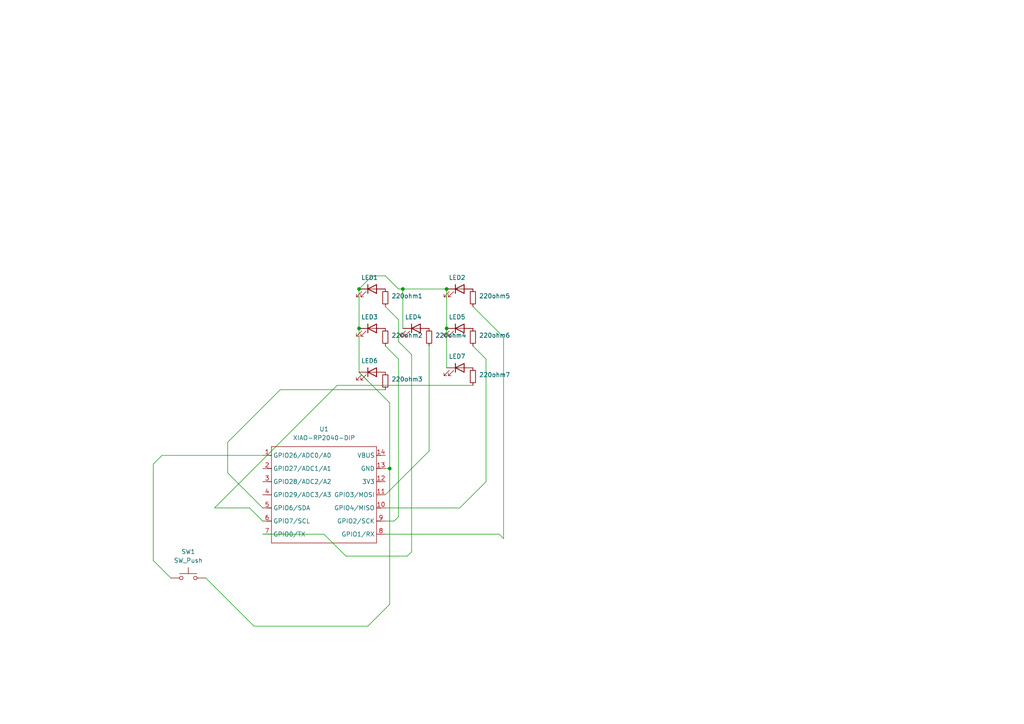
<source format=kicad_sch>
(kicad_sch (version 20231120) (generator "eeschema") (generator_version "8.0")
  (paper "A4")
  (lib_symbols
    (symbol "Device:LED" (pin_numbers hide) (pin_names (offset 1.016) hide)
      (property "Reference" "D" (at 0 2.54 0))
      (property "Value" "LED" (at 0 -2.54 0))
      (symbol "LED_0_1"
        (polyline (pts (xy -1.27 -1.27) (xy -1.27 1.27)) (stroke (width 0.254)))
        (polyline (pts (xy -1.27 0) (xy 1.27 0)))
        (polyline (pts (xy 1.27 -1.27) (xy 1.27 1.27) (xy -1.27 0) (xy 1.27 -1.27)) (stroke (width 0.254)))
        (polyline (pts (xy -3.048 -0.762) (xy -4.572 -2.286) (xy -3.81 -2.286) (xy -4.572 -2.286) (xy -4.572 -1.524)))
        (polyline (pts (xy -1.778 -0.762) (xy -3.302 -2.286) (xy -2.54 -2.286) (xy -3.302 -2.286) (xy -3.302 -1.524)))
      )
      (symbol "LED_1_1"
        (pin passive line (at -3.81 0 0) (length 2.54) (name "K") (number "1"))
        (pin passive line (at 3.81 0 180) (length 2.54) (name "A") (number "2"))
      )
    )
    (symbol "Device:R_Small" (pin_numbers hide) (pin_names (offset 0.254) hide)
      (property "Reference" "R" (at 0.762 0.508 0))
      (property "Value" "R_Small" (at 0.762 -1.016 0))
      (symbol "R_Small_0_1"
        (rectangle (start -0.762 1.778) (end 0.762 -1.778) (stroke (width 0.2032)))
      )
      (symbol "R_Small_1_1"
        (pin passive line (at 0 2.54 270) (length 0.762) (name "~") (number "1"))
        (pin passive line (at 0 -2.54 90) (length 0.762) (name "~") (number "2"))
      )
    )
    (symbol "Seeed_Studio_XIAO_Series:XIAO-RP2040-DIP"
      (property "Reference" "U" (at 0 0 0))
      (property "Value" "XIAO-RP2040-DIP" (at 5.334 -1.778 0))
      (symbol "XIAO-RP2040-DIP_1_0"
        (polyline (pts (xy -1.27 -30.48) (xy -1.27 -16.51)) (stroke (width 0.1524)))
        (polyline (pts (xy -1.27 -27.94) (xy -2.54 -27.94)) (stroke (width 0.1524)))
        (polyline (pts (xy -1.27 -24.13) (xy -2.54 -24.13)) (stroke (width 0.1524)))
        (polyline (pts (xy -1.27 -20.32) (xy -2.54 -20.32)) (stroke (width 0.1524)))
        (polyline (pts (xy -1.27 -16.51) (xy -2.54 -16.51)) (stroke (width 0.1524)))
        (polyline (pts (xy -1.27 -16.51) (xy -1.27 -12.7)) (stroke (width 0.1524)))
        (polyline (pts (xy -1.27 -12.7) (xy -2.54 -12.7)) (stroke (width 0.1524)))
        (polyline (pts (xy -1.27 -12.7) (xy -1.27 -8.89)) (stroke (width 0.1524)))
        (polyline (pts (xy -1.27 -8.89) (xy -2.54 -8.89)) (stroke (width 0.1524)))
        (polyline (pts (xy -1.27 -8.89) (xy -1.27 -5.08)) (stroke (width 0.1524)))
        (polyline (pts (xy -1.27 -5.08) (xy -2.54 -5.08)) (stroke (width 0.1524)))
        (polyline (pts (xy -1.27 -5.08) (xy -1.27 -2.54)) (stroke (width 0.1524)))
        (polyline (pts (xy -1.27 -2.54) (xy 29.21 -2.54)) (stroke (width 0.1524)))
        (polyline (pts (xy 29.21 -30.48) (xy -1.27 -30.48)) (stroke (width 0.1524)))
        (polyline (pts (xy 29.21 -12.7) (xy 29.21 -30.48)) (stroke (width 0.1524)))
        (polyline (pts (xy 29.21 -8.89) (xy 29.21 -12.7)) (stroke (width 0.1524)))
        (polyline (pts (xy 29.21 -5.08) (xy 29.21 -8.89)) (stroke (width 0.1524)))
        (polyline (pts (xy 29.21 -2.54) (xy 29.21 -5.08)) (stroke (width 0.1524)))
        (polyline (pts (xy 30.48 -27.94) (xy 29.21 -27.94)) (stroke (width 0.1524)))
        (polyline (pts (xy 30.48 -24.13) (xy 29.21 -24.13)) (stroke (width 0.1524)))
        (polyline (pts (xy 30.48 -20.32) (xy 29.21 -20.32)) (stroke (width 0.1524)))
        (polyline (pts (xy 30.48 -16.51) (xy 29.21 -16.51)) (stroke (width 0.1524)))
        (polyline (pts (xy 30.48 -12.7) (xy 29.21 -12.7)) (stroke (width 0.1524)))
        (polyline (pts (xy 30.48 -8.89) (xy 29.21 -8.89)) (stroke (width 0.1524)))
        (polyline (pts (xy 30.48 -5.08) (xy 29.21 -5.08)) (stroke (width 0.1524)))
        (pin passive line (at -3.81 -5.08 0) (length 2.54) (name "GPIO26/ADC0/A0") (number "1"))
        (pin passive line (at 31.75 -20.32 180) (length 2.54) (name "GPIO4/MISO") (number "10"))
        (pin passive line (at 31.75 -16.51 180) (length 2.54) (name "GPIO3/MOSI") (number "11"))
        (pin passive line (at 31.75 -12.7 180) (length 2.54) (name "3V3") (number "12"))
        (pin passive line (at 31.75 -8.89 180) (length 2.54) (name "GND") (number "13"))
        (pin passive line (at 31.75 -5.08 180) (length 2.54) (name "VBUS") (number "14"))
        (pin passive line (at -3.81 -8.89 0) (length 2.54) (name "GPIO27/ADC1/A1") (number "2"))
        (pin passive line (at -3.81 -12.7 0) (length 2.54) (name "GPIO28/ADC2/A2") (number "3"))
        (pin passive line (at -3.81 -16.51 0) (length 2.54) (name "GPIO29/ADC3/A3") (number "4"))
        (pin passive line (at -3.81 -20.32 0) (length 2.54) (name "GPIO6/SDA") (number "5"))
        (pin passive line (at -3.81 -24.13 0) (length 2.54) (name "GPIO7/SCL") (number "6"))
        (pin passive line (at -3.81 -27.94 0) (length 2.54) (name "GPIO0/TX") (number "7"))
        (pin passive line (at 31.75 -27.94 180) (length 2.54) (name "GPIO1/RX") (number "8"))
        (pin passive line (at 31.75 -24.13 180) (length 2.54) (name "GPIO2/SCK") (number "9"))
      )
    )
    (symbol "Switch:SW_Push" (pin_numbers hide) (pin_names (offset 1.016) hide)
      (property "Reference" "SW" (at 1.27 2.54 0))
      (property "Value" "SW_Push" (at 0 -1.524 0))
      (symbol "SW_Push_0_1"
        (circle (center -2.032 0) (radius 0.508))
        (polyline (pts (xy 0 1.27) (xy 0 3.048)))
        (polyline (pts (xy 2.54 1.27) (xy -2.54 1.27)))
        (circle (center 2.032 0) (radius 0.508))
        (pin passive line (at -5.08 0 0) (length 2.54) (name "1") (number "1"))
        (pin passive line (at 5.08 0 180) (length 2.54) (name "2") (number "2"))
      )
    )
  )
  (junction (at 104.14 95.25))
  (junction (at 129.54 95.25))
  (junction (at 113.03 135.89))
  (junction (at 129.54 83.82))
  (junction (at 116.84 83.82))
  (junction (at 104.14 83.82))
  (bus_entry (at 104.14 107.95) (size 2.54 2.54))
  (wire (pts (xy 106.68 110.49) (xy 113.03 116.84)))
  (wire (pts (xy 93.98 154.94) (xy 100.33 161.29)))
  (wire (pts (xy 140.97 104.14) (xy 137.16 100.33)))
  (wire (pts (xy 113.03 135.89) (xy 113.03 116.84)))
  (wire (pts (xy 133.35 147.32) (xy 140.97 139.7)))
  (wire (pts (xy 106.68 110.49) (xy 104.14 107.95)))
  (wire (pts (xy 113.03 175.26) (xy 106.68 181.61)))
  (wire (pts (xy 119.38 102.87) (xy 115.57 99.06)))
  (wire (pts (xy 44.45 134.62) (xy 44.45 162.56)))
  (wire (pts (xy 119.38 160.02) (xy 119.38 102.87)))
  (wire (pts (xy 111.76 154.94) (xy 144.78 154.94)))
  (wire (pts (xy 115.57 149.86) (xy 115.57 104.14)))
  (wire (pts (xy 44.45 162.56) (xy 49.53 167.64)))
  (wire (pts (xy 107.95 80.01) (xy 104.14 83.82)))
  (wire (pts (xy 116.84 83.82) (xy 129.54 83.82)))
  (wire (pts (xy 72.39 147.32) (xy 76.2 151.13)))
  (wire (pts (xy 116.84 83.82) (xy 115.57 83.82)))
  (wire (pts (xy 111.76 147.32) (xy 133.35 147.32)))
  (wire (pts (xy 66.04 137.16) (xy 76.2 147.32)))
  (wire (pts (xy 111.76 135.89) (xy 113.03 135.89)))
  (wire (pts (xy 81.28 113.03) (xy 66.04 128.27)))
  (wire (pts (xy 137.16 111.76) (xy 97.79 111.76)))
  (wire (pts (xy 76.2 154.94) (xy 93.98 154.94)))
  (wire (pts (xy 144.78 154.94) (xy 146.05 156.21)))
  (wire (pts (xy 104.14 95.25) (xy 104.14 107.95)))
  (wire (pts (xy 115.57 83.82) (xy 111.76 80.01)))
  (wire (pts (xy 104.14 83.82) (xy 104.14 95.25)))
  (wire (pts (xy 114.3 151.13) (xy 115.57 149.86)))
  (wire (pts (xy 106.68 181.61) (xy 73.66 181.61)))
  (wire (pts (xy 115.57 104.14) (xy 111.76 100.33)))
  (wire (pts (xy 146.05 156.21) (xy 146.05 97.79)))
  (wire (pts (xy 73.66 181.61) (xy 59.69 167.64)))
  (wire (pts (xy 124.46 100.33) (xy 124.46 130.81)))
  (wire (pts (xy 46.99 132.08) (xy 44.45 134.62)))
  (wire (pts (xy 113.03 135.89) (xy 113.03 175.26)))
  (wire (pts (xy 111.76 113.03) (xy 81.28 113.03)))
  (wire (pts (xy 62.23 147.32) (xy 72.39 147.32)))
  (wire (pts (xy 140.97 139.7) (xy 140.97 104.14)))
  (wire (pts (xy 129.54 95.25) (xy 129.54 106.68)))
  (wire (pts (xy 115.57 99.06) (xy 115.57 92.71)))
  (wire (pts (xy 115.57 92.71) (xy 111.76 88.9)))
  (wire (pts (xy 62.23 147.32) (xy 97.79 111.76)))
  (wire (pts (xy 146.05 97.79) (xy 137.16 88.9)))
  (wire (pts (xy 124.46 130.81) (xy 111.76 143.51)))
  (wire (pts (xy 66.04 128.27) (xy 66.04 137.16)))
  (wire (pts (xy 116.84 83.82) (xy 116.84 95.25)))
  (wire (pts (xy 111.76 80.01) (xy 107.95 80.01)))
  (wire (pts (xy 111.76 151.13) (xy 114.3 151.13)))
  (wire (pts (xy 100.33 161.29) (xy 118.11 161.29)))
  (wire (pts (xy 118.11 161.29) (xy 119.38 160.02)))
  (wire (pts (xy 129.54 83.82) (xy 129.54 95.25)))
  (wire (pts (xy 76.2 132.08) (xy 46.99 132.08)))
  (symbol (lib_id "Device:R_Small") (at 137.16 86.36 0) (unit 1)
    (property "Reference" "220ohm5" (at 138.938 85.852 0) (effects (justify left)))
    (property "Value" "R_Small" (effects (hide yes)))
    (property "Footprint" "Resistor_THT:R_Axial_DIN0207_L6.3mm_D2.5mm_P7.62mm_Horizontal" (effects (hide yes)))
    (property "Description" "Resistor, small symbol" (effects (hide yes)))
  )
  (symbol (lib_id "Device:LED") (at 133.35 106.68 0) (unit 1)
    (property "Reference" "LED7" (at 132.588 103.378 0))
    (property "Value" "LED" (effects (hide yes)))
    (property "Footprint" "LED_THT:LED_D5.0mm" (effects (hide yes)))
    (property "Description" "Light emitting diode" (effects (hide yes)))
  )
  (symbol (lib_id "Switch:SW_Push") (at 54.61 167.64 0) (unit 1)
    (property "Reference" "SW1" (at 54.61 160.02 0))
    (property "Value" "SW_Push" (at 54.61 162.56 0))
    (property "Footprint" "Button_Switch_THT:SW_PUSH_6mm" (effects (hide yes)))
    (property "Description" "Push button switch, generic, two pins" (effects (hide yes)))
  )
  (symbol (lib_id "Device:LED") (at 107.95 95.25 0) (unit 1)
    (property "Reference" "LED3" (at 107.188 91.948 0))
    (property "Value" "LED" (effects (hide yes)))
    (property "Footprint" "LED_THT:LED_D5.0mm" (effects (hide yes)))
    (property "Description" "Light emitting diode" (effects (hide yes)))
  )
  (symbol (lib_id "Device:R_Small") (at 111.76 86.36 0) (unit 1)
    (property "Reference" "220ohm1" (at 113.538 85.852 0) (effects (justify left)))
    (property "Value" "R_Small" (effects (hide yes)))
    (property "Footprint" "Resistor_THT:R_Axial_DIN0207_L6.3mm_D2.5mm_P7.62mm_Horizontal" (effects (hide yes)))
    (property "Description" "Resistor, small symbol" (effects (hide yes)))
  )
  (symbol (lib_id "Device:R_Small") (at 111.76 110.49 0) (unit 1)
    (property "Reference" "220ohm3" (at 113.538 109.982 0) (effects (justify left)))
    (property "Value" "R_Small" (effects (hide yes)))
    (property "Footprint" "Resistor_THT:R_Axial_DIN0207_L6.3mm_D2.5mm_P7.62mm_Horizontal" (effects (hide yes)))
    (property "Description" "Resistor, small symbol" (effects (hide yes)))
  )
  (symbol (lib_id "Device:R_Small") (at 111.76 97.79 0) (unit 1)
    (property "Reference" "220ohm2" (at 113.538 97.282 0) (effects (justify left)))
    (property "Value" "R_Small" (effects (hide yes)))
    (property "Footprint" "Resistor_THT:R_Axial_DIN0207_L6.3mm_D2.5mm_P7.62mm_Horizontal" (effects (hide yes)))
    (property "Description" "Resistor, small symbol" (effects (hide yes)))
  )
  (symbol (lib_id "Device:LED") (at 133.35 95.25 0) (unit 1)
    (property "Reference" "LED5" (at 132.588 91.948 0))
    (property "Value" "LED" (effects (hide yes)))
    (property "Footprint" "LED_THT:LED_D5.0mm" (effects (hide yes)))
    (property "Description" "Light emitting diode" (effects (hide yes)))
  )
  (symbol (lib_id "Device:R_Small") (at 137.16 97.79 0) (unit 1)
    (property "Reference" "220ohm6" (at 138.938 97.282 0) (effects (justify left)))
    (property "Value" "R_Small" (effects (hide yes)))
    (property "Footprint" "Resistor_THT:R_Axial_DIN0207_L6.3mm_D2.5mm_P7.62mm_Horizontal" (effects (hide yes)))
    (property "Description" "Resistor, small symbol" (effects (hide yes)))
  )
  (symbol (lib_id "Device:LED") (at 107.95 107.95 0) (unit 1)
    (property "Reference" "LED6" (at 107.188 104.648 0))
    (property "Value" "LED" (effects (hide yes)))
    (property "Footprint" "LED_THT:LED_D5.0mm" (effects (hide yes)))
    (property "Description" "Light emitting diode" (effects (hide yes)))
  )
  (symbol (lib_id "Device:R_Small") (at 137.16 109.22 0) (unit 1)
    (property "Reference" "220ohm7" (at 138.938 108.712 0) (effects (justify left)))
    (property "Value" "R_Small" (effects (hide yes)))
    (property "Footprint" "Resistor_THT:R_Axial_DIN0207_L6.3mm_D2.5mm_P7.62mm_Horizontal" (effects (hide yes)))
    (property "Description" "Resistor, small symbol" (effects (hide yes)))
  )
  (symbol (lib_id "Device:LED") (at 107.95 83.82 0) (unit 1)
    (property "Reference" "LED1" (at 107.188 80.518 0))
    (property "Value" "LED" (effects (hide yes)))
    (property "Footprint" "LED_THT:LED_D5.0mm" (effects (hide yes)))
    (property "Description" "Light emitting diode" (effects (hide yes)))
  )
  (symbol (lib_id "Device:R_Small") (at 124.46 97.79 0) (unit 1)
    (property "Reference" "220ohm4" (at 126.238 97.282 0) (effects (justify left)))
    (property "Value" "R_Small" (effects (hide yes)))
    (property "Footprint" "Resistor_THT:R_Axial_DIN0207_L6.3mm_D2.5mm_P7.62mm_Horizontal" (effects (hide yes)))
    (property "Description" "Resistor, small symbol" (effects (hide yes)))
  )
  (symbol (lib_id "Device:LED") (at 133.35 83.82 0) (unit 1)
    (property "Reference" "LED2" (at 132.588 80.518 0))
    (property "Value" "LED" (effects (hide yes)))
    (property "Footprint" "LED_THT:LED_D5.0mm" (effects (hide yes)))
    (property "Description" "Light emitting diode" (effects (hide yes)))
  )
  (symbol (lib_id "Device:LED") (at 120.65 95.25 0) (unit 1)
    (property "Reference" "LED4" (at 119.888 91.948 0))
    (property "Value" "LED" (effects (hide yes)))
    (property "Footprint" "LED_THT:LED_D5.0mm" (effects (hide yes)))
    (property "Description" "Light emitting diode" (effects (hide yes)))
  )
  (symbol (lib_id "Seeed_Studio_XIAO_Series:XIAO-RP2040-DIP") (at 80.01 127 0) (unit 1)
    (property "Reference" "U1" (at 93.98 124.46 0))
    (property "Value" "XIAO-RP2040-DIP" (at 93.98 127 0))
    (property "Footprint" "Seeed Studio XIAO Series Library:XIAO-RP2040-DIP" (effects (hide yes)))
  )
)
</source>
